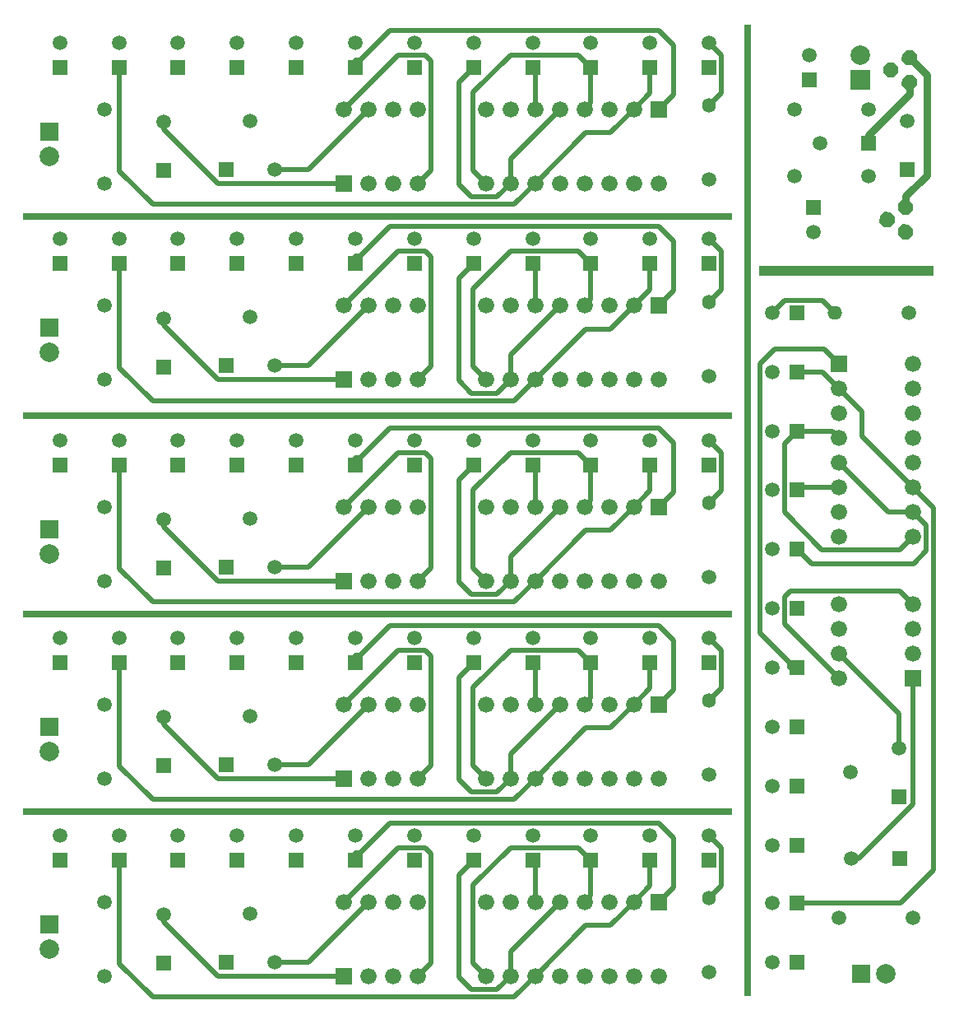
<source format=gtl>
G04 Layer_Physical_Order=1*
G04 Layer_Color=255*
%FSLAX25Y25*%
%MOIN*%
G70*
G01*
G75*
%ADD10C,0.02000*%
%ADD11C,0.03000*%
%ADD12O,0.05512X0.05905*%
%ADD13C,0.05905*%
%ADD14R,0.06600X0.06600*%
%ADD15C,0.06600*%
%ADD16R,0.05937X0.05937*%
%ADD17C,0.05937*%
%ADD18R,0.05905X0.05905*%
%ADD19R,0.07480X0.07480*%
%ADD20C,0.07874*%
%ADD21R,0.05905X0.05905*%
%ADD22R,0.05937X0.05937*%
%ADD23O,0.05905X0.05512*%
%ADD24R,0.06600X0.06600*%
%ADD25R,0.07480X0.07480*%
%ADD26R,2.87402X0.03150*%
%ADD27R,0.03150X3.93701*%
%ADD28R,0.07874X0.07874*%
%ADD29R,0.70866X0.03937*%
G36*
X364958Y387928D02*
X366664Y386066D01*
X366554Y383542D01*
X364692Y381836D01*
X362168Y381946D01*
X360462Y383808D01*
X360572Y386332D01*
X362434Y388038D01*
X364958Y387928D01*
D02*
G37*
G36*
X357458Y382928D02*
X359164Y381066D01*
X359054Y378542D01*
X357192Y376836D01*
X354668Y376946D01*
X352962Y378808D01*
X353072Y381332D01*
X354934Y383038D01*
X357458Y382928D01*
D02*
G37*
G36*
X364958Y377928D02*
X366664Y376066D01*
X366554Y373542D01*
X364692Y371836D01*
X362168Y371946D01*
X360462Y373808D01*
X360572Y376332D01*
X362434Y378038D01*
X364958Y377928D01*
D02*
G37*
G36*
X363458Y327428D02*
X365164Y325566D01*
X365054Y323042D01*
X363192Y321336D01*
X360668Y321446D01*
X358962Y323308D01*
X359072Y325832D01*
X360934Y327538D01*
X363458Y327428D01*
D02*
G37*
G36*
X355958Y322428D02*
X357664Y320566D01*
X357554Y318042D01*
X355692Y316336D01*
X353168Y316446D01*
X351462Y318308D01*
X351572Y320832D01*
X353434Y322538D01*
X355958Y322428D01*
D02*
G37*
G36*
X363458Y317428D02*
X365164Y315566D01*
X365054Y313042D01*
X363192Y311336D01*
X360668Y311446D01*
X358962Y313308D01*
X359072Y315832D01*
X360934Y317538D01*
X363458Y317428D01*
D02*
G37*
D10*
X262000Y75000D02*
X268000Y69000D01*
Y49000D02*
Y69000D01*
X262000Y43000D02*
X268000Y49000D01*
X153000Y75000D02*
X262000D01*
X141000Y63000D02*
X153000Y75000D01*
X211000Y60000D02*
X212000Y59000D01*
X203500Y4500D02*
X212000Y13000D01*
X56900Y4500D02*
X203500D01*
X43500Y17900D02*
X56900Y4500D01*
X43500Y17900D02*
Y60000D01*
X282500Y70000D02*
X287500Y65000D01*
X186700Y18300D02*
Y49800D01*
X201900Y65000D02*
X229500D01*
X212000Y43000D02*
Y59000D01*
X181000Y12700D02*
Y54000D01*
Y12700D02*
X186200Y7500D01*
X196500D02*
X202000Y13000D01*
Y23000D01*
X222000Y43000D01*
X106343Y18657D02*
X120157D01*
X134500Y43000D02*
X156500Y65000D01*
X167500D01*
X61500Y35000D02*
Y37843D01*
X181000Y54000D02*
X187000Y60000D01*
X186200Y7500D02*
X196500D01*
X258500Y49500D02*
Y60000D01*
X252000Y43000D02*
X258500Y49500D01*
X234500Y45500D02*
Y60000D01*
X232000Y43000D02*
X234500Y45500D01*
X83500Y13000D02*
X134500D01*
X61500Y35000D02*
X83500Y13000D01*
X139000Y60000D02*
Y63000D01*
X212000Y13000D02*
X232500Y33500D01*
X242500D01*
X252000Y43000D01*
X164500Y13000D02*
X169800Y18300D01*
Y62700D01*
X167500Y65000D02*
X169800Y62700D01*
X120157Y18657D02*
X144500Y43000D01*
X186700Y18300D02*
X192000Y13000D01*
X186700Y49800D02*
X201900Y65000D01*
X229500D02*
X234500Y60000D01*
X287500Y49500D02*
Y65000D01*
X282500Y44500D02*
X287500Y49500D01*
X139000Y63000D02*
X141000D01*
X139000Y143000D02*
X141000D01*
X282500Y124500D02*
X287500Y129500D01*
Y145000D01*
X229500D02*
X234500Y140000D01*
X186700Y129800D02*
X201900Y145000D01*
X186700Y98300D02*
X192000Y93000D01*
X120157Y98657D02*
X144500Y123000D01*
X167500Y145000D02*
X169800Y142700D01*
Y98300D02*
Y142700D01*
X164500Y93000D02*
X169800Y98300D01*
X242500Y113500D02*
X252000Y123000D01*
X232500Y113500D02*
X242500D01*
X212000Y93000D02*
X232500Y113500D01*
X139000Y140000D02*
Y143000D01*
X61500Y115000D02*
X83500Y93000D01*
X134500D01*
X232000Y123000D02*
X234500Y125500D01*
Y140000D01*
X252000Y123000D02*
X258500Y129500D01*
Y140000D01*
X186200Y87500D02*
X196500D01*
X181000Y134000D02*
X187000Y140000D01*
X61500Y115000D02*
Y117843D01*
X156500Y145000D02*
X167500D01*
X134500Y123000D02*
X156500Y145000D01*
X106343Y98657D02*
X120157D01*
X202000Y103000D02*
X222000Y123000D01*
X202000Y93000D02*
Y103000D01*
X196500Y87500D02*
X202000Y93000D01*
X181000Y92700D02*
X186200Y87500D01*
X181000Y92700D02*
Y134000D01*
X212000Y123000D02*
Y139000D01*
X201900Y145000D02*
X229500D01*
X186700Y98300D02*
Y129800D01*
X282500Y150000D02*
X287500Y145000D01*
X43500Y97900D02*
Y140000D01*
Y97900D02*
X56900Y84500D01*
X203500D01*
X212000Y93000D01*
X211000Y140000D02*
X212000Y139000D01*
X141000Y143000D02*
X153000Y155000D01*
X262000D01*
Y123000D02*
X268000Y129000D01*
Y149000D01*
X262000Y155000D02*
X268000Y149000D01*
X139000Y223000D02*
X141000D01*
X282500Y204500D02*
X287500Y209500D01*
Y225000D01*
X229500D02*
X234500Y220000D01*
X186700Y209800D02*
X201900Y225000D01*
X186700Y178300D02*
X192000Y173000D01*
X120157Y178657D02*
X144500Y203000D01*
X167500Y225000D02*
X169800Y222700D01*
Y178300D02*
Y222700D01*
X164500Y173000D02*
X169800Y178300D01*
X242500Y193500D02*
X252000Y203000D01*
X232500Y193500D02*
X242500D01*
X212000Y173000D02*
X232500Y193500D01*
X139000Y220000D02*
Y223000D01*
X61500Y195000D02*
X83500Y173000D01*
X134500D01*
X232000Y203000D02*
X234500Y205500D01*
Y220000D01*
X252000Y203000D02*
X258500Y209500D01*
Y220000D01*
X186200Y167500D02*
X196500D01*
X181000Y214000D02*
X187000Y220000D01*
X61500Y195000D02*
Y197843D01*
X156500Y225000D02*
X167500D01*
X134500Y203000D02*
X156500Y225000D01*
X106343Y178657D02*
X120157D01*
X202000Y183000D02*
X222000Y203000D01*
X202000Y173000D02*
Y183000D01*
X196500Y167500D02*
X202000Y173000D01*
X181000Y172700D02*
X186200Y167500D01*
X181000Y172700D02*
Y214000D01*
X212000Y203000D02*
Y219000D01*
X201900Y225000D02*
X229500D01*
X186700Y178300D02*
Y209800D01*
X282500Y230000D02*
X287500Y225000D01*
X43500Y177900D02*
Y220000D01*
Y177900D02*
X56900Y164500D01*
X203500D01*
X212000Y173000D01*
X211000Y220000D02*
X212000Y219000D01*
X141000Y223000D02*
X153000Y235000D01*
X262000D01*
Y203000D02*
X268000Y209000D01*
Y229000D01*
X262000Y235000D02*
X268000Y229000D01*
X139000Y304500D02*
X141000D01*
X282500Y286000D02*
X287500Y291000D01*
Y306500D01*
X229500D02*
X234500Y301500D01*
X186700Y291300D02*
X201900Y306500D01*
X186700Y259800D02*
X192000Y254500D01*
X120157Y260157D02*
X144500Y284500D01*
X167500Y306500D02*
X169800Y304200D01*
Y259800D02*
Y304200D01*
X164500Y254500D02*
X169800Y259800D01*
X242500Y275000D02*
X252000Y284500D01*
X232500Y275000D02*
X242500D01*
X212000Y254500D02*
X232500Y275000D01*
X139000Y301500D02*
Y304500D01*
X61500Y276500D02*
X83500Y254500D01*
X134500D01*
X232000Y284500D02*
X234500Y287000D01*
Y301500D01*
X252000Y284500D02*
X258500Y291000D01*
Y301500D01*
X186200Y249000D02*
X196500D01*
X181000Y295500D02*
X187000Y301500D01*
X61500Y276500D02*
Y279343D01*
X156500Y306500D02*
X167500D01*
X134500Y284500D02*
X156500Y306500D01*
X106343Y260157D02*
X120157D01*
X202000Y264500D02*
X222000Y284500D01*
X202000Y254500D02*
Y264500D01*
X196500Y249000D02*
X202000Y254500D01*
X181000Y254200D02*
X186200Y249000D01*
X181000Y254200D02*
Y295500D01*
X212000Y284500D02*
Y300500D01*
X201900Y306500D02*
X229500D01*
X186700Y259800D02*
Y291300D01*
X282500Y311500D02*
X287500Y306500D01*
X43500Y259400D02*
Y301500D01*
Y259400D02*
X56900Y246000D01*
X203500D01*
X212000Y254500D01*
X211000Y301500D02*
X212000Y300500D01*
X141000Y304500D02*
X153000Y316500D01*
X262000D01*
Y284500D02*
X268000Y290500D01*
Y310500D01*
X262000Y316500D02*
X268000Y310500D01*
X139000Y384000D02*
X141000D01*
X282500Y365500D02*
X287500Y370500D01*
Y386000D01*
X229500D02*
X234500Y381000D01*
X186700Y370800D02*
X201900Y386000D01*
X186700Y339300D02*
X192000Y334000D01*
X120157Y339657D02*
X144500Y364000D01*
X167500Y386000D02*
X169800Y383700D01*
Y339300D02*
Y383700D01*
X164500Y334000D02*
X169800Y339300D01*
X242500Y354500D02*
X252000Y364000D01*
X232500Y354500D02*
X242500D01*
X212000Y334000D02*
X232500Y354500D01*
X139000Y381000D02*
Y384000D01*
X61500Y356000D02*
X83500Y334000D01*
X134500D01*
X232000Y364000D02*
X234500Y366500D01*
Y381000D01*
X252000Y364000D02*
X258500Y370500D01*
Y381000D01*
X186200Y328500D02*
X196500D01*
X181000Y375000D02*
X187000Y381000D01*
X61500Y356000D02*
Y358843D01*
X156500Y386000D02*
X167500D01*
X134500Y364000D02*
X156500Y386000D01*
X106343Y339657D02*
X120157D01*
X202000Y344000D02*
X222000Y364000D01*
X202000Y334000D02*
Y344000D01*
X196500Y328500D02*
X202000Y334000D01*
X181000Y333700D02*
X186200Y328500D01*
X181000Y333700D02*
Y375000D01*
X212000Y364000D02*
Y380000D01*
X201900Y386000D02*
X229500D01*
X186700Y339300D02*
Y370800D01*
X282500Y391000D02*
X287500Y386000D01*
X43500Y338900D02*
Y381000D01*
Y338900D02*
X56900Y325500D01*
X203500D01*
X212000Y334000D01*
X211000Y381000D02*
X212000Y380000D01*
X141000Y384000D02*
X153000Y396000D01*
X262000D01*
Y364000D02*
X268000Y370000D01*
Y390000D01*
X262000Y396000D02*
X268000Y390000D01*
X315000Y138000D02*
Y140000D01*
X328500Y286500D02*
X333500Y281500D01*
X313000Y286500D02*
X328500D01*
X313000Y228500D02*
X318000Y233500D01*
X313000Y200900D02*
X328200Y185700D01*
X359700D02*
X365000Y191000D01*
X335000Y143500D02*
X359343Y119157D01*
X313000Y166500D02*
X315300Y168800D01*
X359700D01*
X365000Y163500D01*
X335000Y251000D02*
X344500Y241500D01*
Y231500D02*
Y241500D01*
Y231500D02*
X365000Y211000D01*
X315000Y138000D02*
X318000D01*
X343000Y60500D02*
X365000Y82500D01*
Y133500D01*
X332500Y233500D02*
X335000Y231000D01*
X318000Y233500D02*
X332500D01*
X328500Y257500D02*
X335000Y251000D01*
X318000Y257500D02*
X328500D01*
X370500Y185200D02*
Y195500D01*
X318000Y186000D02*
X324000Y180000D01*
X340157Y60500D02*
X343000D01*
X313000Y155500D02*
Y166500D01*
Y155500D02*
X335000Y133500D01*
X359343Y105343D02*
Y119157D01*
X335000Y221000D02*
X355000Y201000D01*
X365000D01*
X370500Y195500D01*
X365300Y180000D02*
X370500Y185200D01*
X324000Y180000D02*
X365300D01*
X319000Y211000D02*
X335000D01*
X313000Y200900D02*
Y228500D01*
X328200Y185700D02*
X359700D01*
X308000Y281500D02*
X313000Y286500D01*
X318000Y42500D02*
X360100D01*
X373500Y55900D01*
Y202500D01*
X365000Y211000D02*
X373500Y202500D01*
X318000Y210000D02*
X319000Y211000D01*
X303000Y152000D02*
X315000Y140000D01*
X303000Y152000D02*
Y261000D01*
X329000Y267000D02*
X335000Y261000D01*
X309000Y267000D02*
X329000D01*
X303000Y261000D02*
X309000Y267000D01*
D11*
X346905Y350437D02*
Y353780D01*
X363563Y370437D01*
Y374937D01*
X362063Y324437D02*
Y328937D01*
X370563Y337437D01*
Y377937D01*
X363563Y384937D02*
X370563Y377937D01*
D12*
X282500Y44500D02*
D03*
Y124500D02*
D03*
Y204500D02*
D03*
Y286000D02*
D03*
Y365500D02*
D03*
D13*
Y14500D02*
D03*
X61500Y37843D02*
D03*
X37500Y43000D02*
D03*
Y13000D02*
D03*
X19500Y70000D02*
D03*
X282500D02*
D03*
X43500D02*
D03*
X258500D02*
D03*
X67000D02*
D03*
X234500D02*
D03*
X91000D02*
D03*
X211000D02*
D03*
X115000D02*
D03*
X187000D02*
D03*
X139000D02*
D03*
X163000D02*
D03*
X19500Y150000D02*
D03*
X282500D02*
D03*
X43500D02*
D03*
X258500D02*
D03*
X67000D02*
D03*
X234500D02*
D03*
X91000D02*
D03*
X211000D02*
D03*
X115000D02*
D03*
X37500Y123000D02*
D03*
Y93000D02*
D03*
X187000Y150000D02*
D03*
X61500Y117843D02*
D03*
X139000Y150000D02*
D03*
X163000D02*
D03*
X282500Y94500D02*
D03*
X19500Y230000D02*
D03*
X282500D02*
D03*
X43500D02*
D03*
X258500D02*
D03*
X67000D02*
D03*
X234500D02*
D03*
X91000D02*
D03*
X211000D02*
D03*
X115000D02*
D03*
X37500Y203000D02*
D03*
Y173000D02*
D03*
X187000Y230000D02*
D03*
X61500Y197843D02*
D03*
X139000Y230000D02*
D03*
X163000D02*
D03*
X282500Y174500D02*
D03*
X19500Y311500D02*
D03*
X282500D02*
D03*
X43500D02*
D03*
X258500D02*
D03*
X67000D02*
D03*
X234500D02*
D03*
X91000D02*
D03*
X211000D02*
D03*
X115000D02*
D03*
X37500Y284500D02*
D03*
Y254500D02*
D03*
X187000Y311500D02*
D03*
X61500Y279343D02*
D03*
X139000Y311500D02*
D03*
X163000D02*
D03*
X282500Y256000D02*
D03*
X19500Y391000D02*
D03*
X282500D02*
D03*
X43500D02*
D03*
X258500D02*
D03*
X67000D02*
D03*
X234500D02*
D03*
X91000D02*
D03*
X211000D02*
D03*
X115000D02*
D03*
X37500Y364000D02*
D03*
Y334000D02*
D03*
X187000Y391000D02*
D03*
X61500Y358843D02*
D03*
X139000Y391000D02*
D03*
X163000D02*
D03*
X282500Y335500D02*
D03*
X308000Y18500D02*
D03*
Y281500D02*
D03*
Y42500D02*
D03*
Y257500D02*
D03*
Y66000D02*
D03*
Y233500D02*
D03*
Y90000D02*
D03*
Y210000D02*
D03*
Y114000D02*
D03*
X335000Y36500D02*
D03*
X365000D02*
D03*
X308000Y186000D02*
D03*
X340157Y60500D02*
D03*
X308000Y138000D02*
D03*
Y162000D02*
D03*
X363500Y281500D02*
D03*
X362563Y359279D02*
D03*
X327221Y350437D02*
D03*
X324563Y314437D02*
D03*
X323063Y385937D02*
D03*
X362063Y324437D02*
D03*
X354563Y319437D02*
D03*
X362063Y314437D02*
D03*
X363563Y384937D02*
D03*
X356063Y379937D02*
D03*
X363563Y374937D02*
D03*
X317063Y336937D02*
D03*
X347063D02*
D03*
X317063Y363937D02*
D03*
X347063D02*
D03*
D14*
X262000Y43000D02*
D03*
X134500Y13000D02*
D03*
X262000Y123000D02*
D03*
X134500Y93000D02*
D03*
X262000Y203000D02*
D03*
X134500Y173000D02*
D03*
X262000Y284500D02*
D03*
X134500Y254500D02*
D03*
X262000Y364000D02*
D03*
X134500Y334000D02*
D03*
D15*
X252000Y43000D02*
D03*
X242000D02*
D03*
X232000D02*
D03*
X222000D02*
D03*
X212000D02*
D03*
X202000D02*
D03*
X192000D02*
D03*
Y13000D02*
D03*
X202000D02*
D03*
X212000D02*
D03*
X222000D02*
D03*
X232000D02*
D03*
X242000D02*
D03*
X252000D02*
D03*
X262000D02*
D03*
X144500D02*
D03*
X154500D02*
D03*
X164500D02*
D03*
Y43000D02*
D03*
X154500D02*
D03*
X144500D02*
D03*
X134500D02*
D03*
X252000Y123000D02*
D03*
X242000D02*
D03*
X232000D02*
D03*
X222000D02*
D03*
X212000D02*
D03*
X202000D02*
D03*
X192000D02*
D03*
Y93000D02*
D03*
X202000D02*
D03*
X212000D02*
D03*
X222000D02*
D03*
X232000D02*
D03*
X242000D02*
D03*
X252000D02*
D03*
X262000D02*
D03*
X144500D02*
D03*
X154500D02*
D03*
X164500D02*
D03*
Y123000D02*
D03*
X154500D02*
D03*
X144500D02*
D03*
X134500D02*
D03*
X252000Y203000D02*
D03*
X242000D02*
D03*
X232000D02*
D03*
X222000D02*
D03*
X212000D02*
D03*
X202000D02*
D03*
X192000D02*
D03*
Y173000D02*
D03*
X202000D02*
D03*
X212000D02*
D03*
X222000D02*
D03*
X232000D02*
D03*
X242000D02*
D03*
X252000D02*
D03*
X262000D02*
D03*
X144500D02*
D03*
X154500D02*
D03*
X164500D02*
D03*
Y203000D02*
D03*
X154500D02*
D03*
X144500D02*
D03*
X134500D02*
D03*
X252000Y284500D02*
D03*
X242000D02*
D03*
X232000D02*
D03*
X222000D02*
D03*
X212000D02*
D03*
X202000D02*
D03*
X192000D02*
D03*
Y254500D02*
D03*
X202000D02*
D03*
X212000D02*
D03*
X222000D02*
D03*
X232000D02*
D03*
X242000D02*
D03*
X252000D02*
D03*
X262000D02*
D03*
X144500D02*
D03*
X154500D02*
D03*
X164500D02*
D03*
Y284500D02*
D03*
X154500D02*
D03*
X144500D02*
D03*
X134500D02*
D03*
X252000Y364000D02*
D03*
X242000D02*
D03*
X232000D02*
D03*
X222000D02*
D03*
X212000D02*
D03*
X202000D02*
D03*
X192000D02*
D03*
Y334000D02*
D03*
X202000D02*
D03*
X212000D02*
D03*
X222000D02*
D03*
X232000D02*
D03*
X242000D02*
D03*
X252000D02*
D03*
X262000D02*
D03*
X144500D02*
D03*
X154500D02*
D03*
X164500D02*
D03*
Y364000D02*
D03*
X154500D02*
D03*
X144500D02*
D03*
X134500D02*
D03*
X335000Y251000D02*
D03*
Y241000D02*
D03*
Y231000D02*
D03*
Y221000D02*
D03*
Y211000D02*
D03*
Y201000D02*
D03*
Y191000D02*
D03*
X365000D02*
D03*
Y201000D02*
D03*
Y211000D02*
D03*
Y221000D02*
D03*
Y231000D02*
D03*
Y241000D02*
D03*
Y251000D02*
D03*
Y261000D02*
D03*
Y143500D02*
D03*
Y153500D02*
D03*
Y163500D02*
D03*
X335000D02*
D03*
Y153500D02*
D03*
Y143500D02*
D03*
Y133500D02*
D03*
D16*
X86657Y18657D02*
D03*
Y98657D02*
D03*
Y178657D02*
D03*
Y260157D02*
D03*
Y339657D02*
D03*
D17*
X96500Y38343D02*
D03*
X106343Y18657D02*
D03*
X96500Y118343D02*
D03*
X106343Y98657D02*
D03*
X96500Y198343D02*
D03*
X106343Y178657D02*
D03*
X96500Y279843D02*
D03*
X106343Y260157D02*
D03*
X96500Y359343D02*
D03*
X106343Y339657D02*
D03*
X339657Y95500D02*
D03*
X359343Y105343D02*
D03*
D18*
X61500Y18157D02*
D03*
X19500Y60000D02*
D03*
X282500D02*
D03*
X43500D02*
D03*
X258500D02*
D03*
X67000D02*
D03*
X234500D02*
D03*
X91000D02*
D03*
X211000D02*
D03*
X115000D02*
D03*
X187000D02*
D03*
X139000D02*
D03*
X163000D02*
D03*
X19500Y140000D02*
D03*
X282500D02*
D03*
X43500D02*
D03*
X258500D02*
D03*
X67000D02*
D03*
X234500D02*
D03*
X91000D02*
D03*
X211000D02*
D03*
X115000D02*
D03*
X187000D02*
D03*
X61500Y98157D02*
D03*
X139000Y140000D02*
D03*
X163000D02*
D03*
X19500Y220000D02*
D03*
X282500D02*
D03*
X43500D02*
D03*
X258500D02*
D03*
X67000D02*
D03*
X234500D02*
D03*
X91000D02*
D03*
X211000D02*
D03*
X115000D02*
D03*
X187000D02*
D03*
X61500Y178157D02*
D03*
X139000Y220000D02*
D03*
X163000D02*
D03*
X19500Y301500D02*
D03*
X282500D02*
D03*
X43500D02*
D03*
X258500D02*
D03*
X67000D02*
D03*
X234500D02*
D03*
X91000D02*
D03*
X211000D02*
D03*
X115000D02*
D03*
X187000D02*
D03*
X61500Y259657D02*
D03*
X139000Y301500D02*
D03*
X163000D02*
D03*
X19500Y381000D02*
D03*
X282500D02*
D03*
X43500D02*
D03*
X258500D02*
D03*
X67000D02*
D03*
X234500D02*
D03*
X91000D02*
D03*
X211000D02*
D03*
X115000D02*
D03*
X187000D02*
D03*
X61500Y339157D02*
D03*
X139000Y381000D02*
D03*
X163000D02*
D03*
X362563Y339595D02*
D03*
X324563Y324437D02*
D03*
X323063Y375937D02*
D03*
D19*
X15000Y34000D02*
D03*
Y114000D02*
D03*
Y194000D02*
D03*
Y275500D02*
D03*
Y355000D02*
D03*
D20*
Y24000D02*
D03*
Y104000D02*
D03*
Y184000D02*
D03*
Y265500D02*
D03*
Y345000D02*
D03*
X354000Y14000D02*
D03*
X343563Y385937D02*
D03*
D21*
X318000Y18500D02*
D03*
Y281500D02*
D03*
Y42500D02*
D03*
Y257500D02*
D03*
Y66000D02*
D03*
Y233500D02*
D03*
Y90000D02*
D03*
Y210000D02*
D03*
Y114000D02*
D03*
Y186000D02*
D03*
X359843Y60500D02*
D03*
X318000Y138000D02*
D03*
Y162000D02*
D03*
X346905Y350437D02*
D03*
D22*
X359343Y85657D02*
D03*
D23*
X333500Y281500D02*
D03*
D24*
X335000Y261000D02*
D03*
X365000Y133500D02*
D03*
D25*
X344000Y14000D02*
D03*
D26*
X148000Y79500D02*
D03*
Y159500D02*
D03*
Y240000D02*
D03*
Y320500D02*
D03*
D27*
X298000Y201500D02*
D03*
D28*
X343563Y375937D02*
D03*
D29*
X338000Y298500D02*
D03*
M02*

</source>
